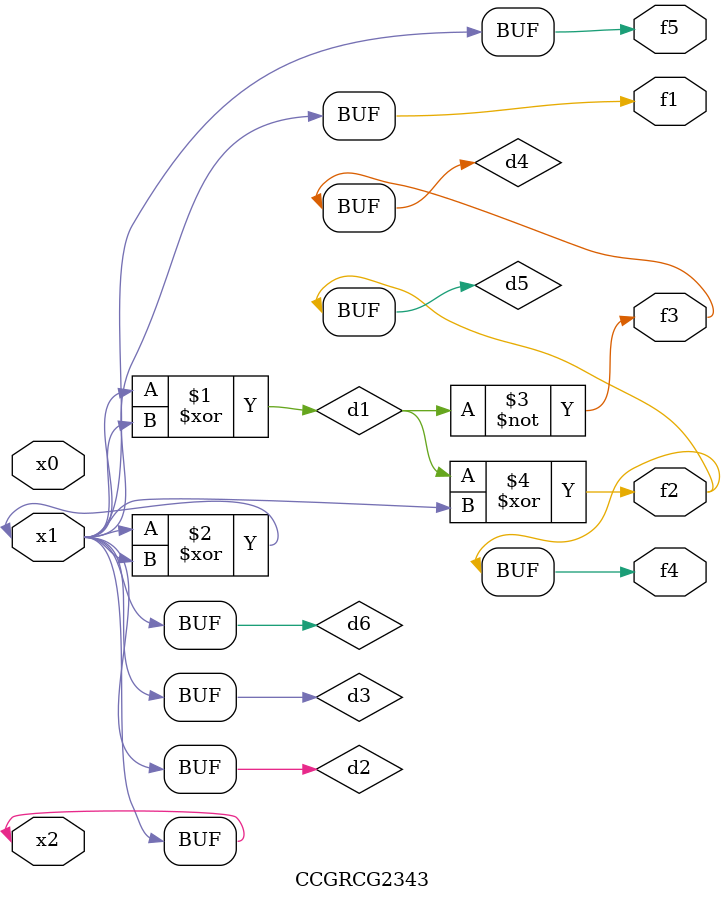
<source format=v>
module CCGRCG2343(
	input x0, x1, x2,
	output f1, f2, f3, f4, f5
);

	wire d1, d2, d3, d4, d5, d6;

	xor (d1, x1, x2);
	buf (d2, x1, x2);
	xor (d3, x1, x2);
	nor (d4, d1);
	xor (d5, d1, d2);
	buf (d6, d2, d3);
	assign f1 = d6;
	assign f2 = d5;
	assign f3 = d4;
	assign f4 = d5;
	assign f5 = d6;
endmodule

</source>
